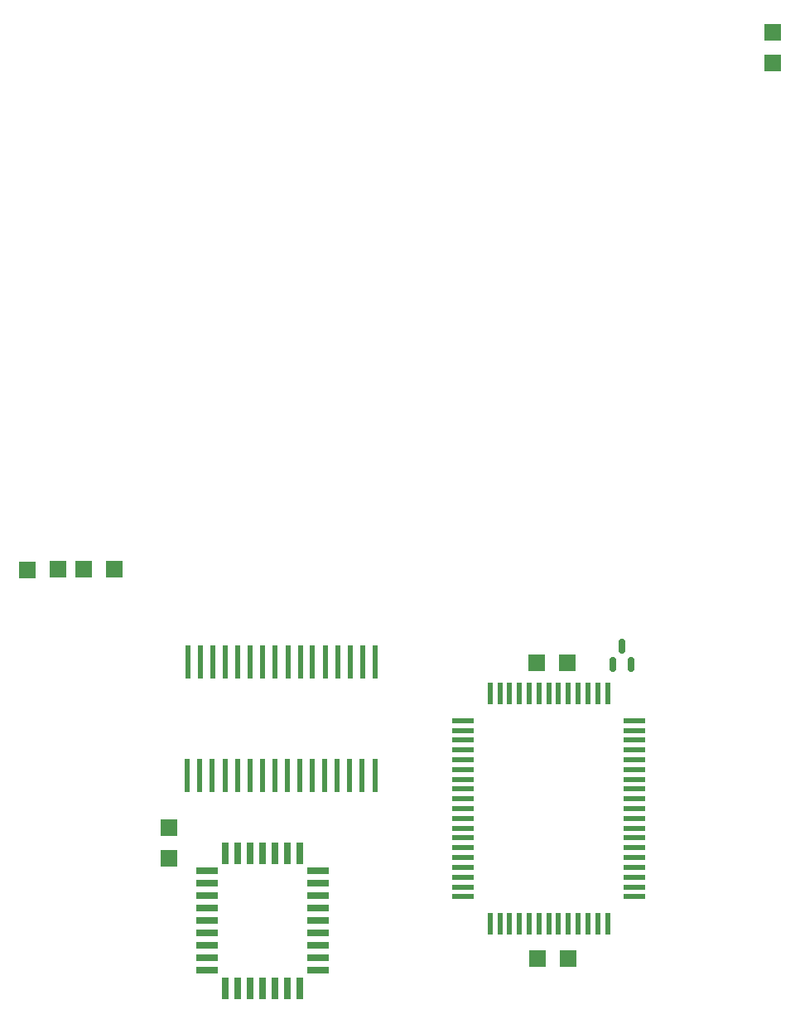
<source format=gbr>
%TF.GenerationSoftware,KiCad,Pcbnew,(6.0.2)*%
%TF.CreationDate,2022-11-18T22:33:18-06:00*%
%TF.ProjectId,REF1395A Optimized,52454631-3339-4354-9120-4f7074696d69,rev?*%
%TF.SameCoordinates,Original*%
%TF.FileFunction,Paste,Top*%
%TF.FilePolarity,Positive*%
%FSLAX46Y46*%
G04 Gerber Fmt 4.6, Leading zero omitted, Abs format (unit mm)*
G04 Created by KiCad (PCBNEW (6.0.2)) date 2022-11-18 22:33:18*
%MOMM*%
%LPD*%
G01*
G04 APERTURE LIST*
G04 Aperture macros list*
%AMRoundRect*
0 Rectangle with rounded corners*
0 $1 Rounding radius*
0 $2 $3 $4 $5 $6 $7 $8 $9 X,Y pos of 4 corners*
0 Add a 4 corners polygon primitive as box body*
4,1,4,$2,$3,$4,$5,$6,$7,$8,$9,$2,$3,0*
0 Add four circle primitives for the rounded corners*
1,1,$1+$1,$2,$3*
1,1,$1+$1,$4,$5*
1,1,$1+$1,$6,$7*
1,1,$1+$1,$8,$9*
0 Add four rect primitives between the rounded corners*
20,1,$1+$1,$2,$3,$4,$5,0*
20,1,$1+$1,$4,$5,$6,$7,0*
20,1,$1+$1,$6,$7,$8,$9,0*
20,1,$1+$1,$8,$9,$2,$3,0*%
G04 Aperture macros list end*
%ADD10R,2.250000X0.600000*%
%ADD11R,0.600000X2.250000*%
%ADD12RoundRect,0.150000X0.150000X-0.587500X0.150000X0.587500X-0.150000X0.587500X-0.150000X-0.587500X0*%
%ADD13R,0.600000X3.420000*%
%ADD14R,1.670000X1.670000*%
%ADD15R,0.650000X2.300000*%
%ADD16R,2.300000X0.650000*%
G04 APERTURE END LIST*
D10*
%TO.C,U3*%
X150517000Y-148512000D03*
X150517000Y-149512000D03*
X150517000Y-150512000D03*
X150517000Y-151512000D03*
X150517000Y-152512000D03*
X150517000Y-153512000D03*
X150517000Y-154512000D03*
X150517000Y-155512000D03*
X150517000Y-156512000D03*
X150517000Y-157512000D03*
X150517000Y-158512000D03*
X150517000Y-159512000D03*
X150517000Y-160512000D03*
X150517000Y-161512000D03*
X150517000Y-162512000D03*
X150517000Y-163512000D03*
X150517000Y-164512000D03*
X150517000Y-165512000D03*
X150517000Y-166512000D03*
D11*
X153267000Y-169262000D03*
X154267000Y-169262000D03*
X155267000Y-169262000D03*
X156267000Y-169262000D03*
X157267000Y-169262000D03*
X158267000Y-169262000D03*
X159267000Y-169262000D03*
X160267000Y-169262000D03*
X161267000Y-169262000D03*
X162267000Y-169262000D03*
X163267000Y-169262000D03*
X164267000Y-169262000D03*
X165267000Y-169262000D03*
D10*
X168017000Y-166512000D03*
X168017000Y-165512000D03*
X168017000Y-164512000D03*
X168017000Y-163512000D03*
X168017000Y-162512000D03*
X168017000Y-161512000D03*
X168017000Y-160512000D03*
X168017000Y-159512000D03*
X168017000Y-158512000D03*
X168017000Y-157512000D03*
X168017000Y-156512000D03*
X168017000Y-155512000D03*
X168017000Y-154512000D03*
X168017000Y-153512000D03*
X168017000Y-152512000D03*
X168017000Y-151512000D03*
X168017000Y-150512000D03*
X168017000Y-149512000D03*
X168017000Y-148512000D03*
D11*
X165267000Y-145762000D03*
X164267000Y-145762000D03*
X163267000Y-145762000D03*
X162267000Y-145762000D03*
X161267000Y-145762000D03*
X160267000Y-145762000D03*
X159267000Y-145762000D03*
X158267000Y-145762000D03*
X157267000Y-145762000D03*
X156267000Y-145762000D03*
X155267000Y-145762000D03*
X154267000Y-145762000D03*
X153267000Y-145762000D03*
%TD*%
D12*
%TO.C,Q1*%
X165788000Y-142749500D03*
X167688000Y-142749500D03*
X166738000Y-140874500D03*
%TD*%
D13*
%TO.C,U2*%
X122314500Y-154136000D03*
X123585500Y-154136000D03*
X124855500Y-154136000D03*
X126160500Y-154133000D03*
X127435500Y-154133000D03*
X128700500Y-154133000D03*
X129975500Y-154133000D03*
X131246500Y-154133000D03*
X132551500Y-154133000D03*
X133822500Y-154133000D03*
X135050500Y-154133000D03*
X136357500Y-154133000D03*
X137638500Y-154133000D03*
X138904500Y-154132000D03*
X140169500Y-154132000D03*
X141477500Y-154132000D03*
X141519500Y-142502000D03*
X140213500Y-142500000D03*
X138938500Y-142513000D03*
X137673500Y-142503000D03*
X136398500Y-142507000D03*
X135096500Y-142507000D03*
X133863500Y-142507000D03*
X132587500Y-142507000D03*
X131285500Y-142504000D03*
X130014500Y-142504000D03*
X128741500Y-142506000D03*
X127471500Y-142506000D03*
X126207500Y-142506000D03*
X124896500Y-142506000D03*
X123618500Y-142507000D03*
X122353500Y-142507000D03*
%TD*%
D14*
%TO.C,C1*%
X120412000Y-159466000D03*
X120421000Y-162597000D03*
%TD*%
%TO.C,R2*%
X182143500Y-78196000D03*
X182152500Y-81327000D03*
%TD*%
%TO.C,C3*%
X111730500Y-133072500D03*
X114861500Y-133063500D03*
%TD*%
%TO.C,I1*%
X161186000Y-142641000D03*
X158055000Y-142650000D03*
%TD*%
%TO.C,R1*%
X109076000Y-133075000D03*
X105945000Y-133084000D03*
%TD*%
D15*
%TO.C,U1*%
X129991000Y-175878000D03*
X131263000Y-175880000D03*
X132532000Y-175879000D03*
X133802000Y-175879000D03*
D16*
X135692000Y-174058000D03*
X135692000Y-172789000D03*
X135690000Y-171518000D03*
X135691000Y-170248000D03*
X135692000Y-168982000D03*
X135693000Y-167709000D03*
X135691000Y-166438000D03*
X135693000Y-165171000D03*
X135690000Y-163901000D03*
D15*
X133799000Y-162077000D03*
X132530000Y-162080000D03*
X131261000Y-162076000D03*
X129992000Y-162077000D03*
X128724000Y-162077000D03*
X127451000Y-162076000D03*
X126180000Y-162077000D03*
D16*
X124290000Y-163895000D03*
X124290000Y-165171000D03*
X124290000Y-166436000D03*
X124294000Y-167712000D03*
X124289000Y-168976000D03*
X124296000Y-170249000D03*
X124295000Y-171517000D03*
X124295000Y-172789000D03*
X124294000Y-174060000D03*
D15*
X126182000Y-175876000D03*
X127450000Y-175876000D03*
X128722000Y-175881000D03*
%TD*%
D14*
%TO.C,C2*%
X161204000Y-172825000D03*
X158073000Y-172834000D03*
%TD*%
M02*

</source>
